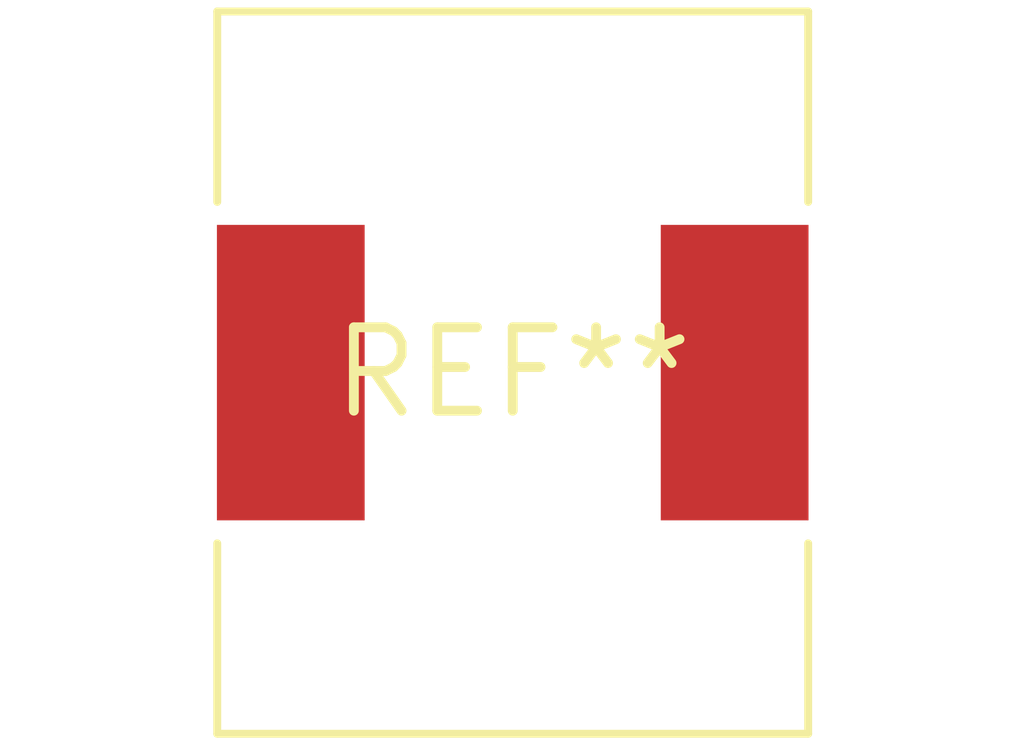
<source format=kicad_pcb>
(kicad_pcb (version 20240108) (generator pcbnew)
  (layers (0 "F.Cu" signal) (31 "B.Cu" signal) (34 "B.Paste" user) (35 "F.Paste" user) (36 "B.SilkS" user "B.Silkscreen") (37 "F.SilkS" user "F.Silkscreen") (38 "B.Mask" user) (39 "F.Mask" user) (44 "Edge.Cuts" user))
  (net 0 "")
  (footprint "L_Neosid_SMs85" (layer "F.Cu") (at 0 0)
    (property "Reference" "REF**")
    (property "Value" "L_Neosid_SMs85")
    (fp_line (start -4.5 -5.5) (end 4.5 -5.5) (layer "F.SilkS") (stroke (width 0.12)))
    (fp_line (start -4.5 -2.6) (end -4.5 -5.5) (layer "F.SilkS") (stroke (width 0.12)))
    (fp_line (start -4.5 5.5) (end -4.5 2.6) (layer "F.SilkS") (stroke (width 0.12)))
    (fp_line (start 4.5 -5.5) (end 4.5 -2.6) (layer "F.SilkS") (stroke (width 0.12)))
    (fp_line (start 4.5 2.6) (end 4.5 5.5) (layer "F.SilkS") (stroke (width 0.12)))
    (fp_line (start 4.5 5.5) (end -4.5 5.5) (layer "F.SilkS") (stroke (width 0.12)))
    (pad "1" smd rect (at -3.38 0) (size 2.25 4.5) (layers "F.Cu" "F.Paste" "F.Mask"))
    (pad "2" smd rect (at 3.38 0) (size 2.25 4.5) (layers "F.Cu" "F.Paste" "F.Mask"))
  )
)
</source>
